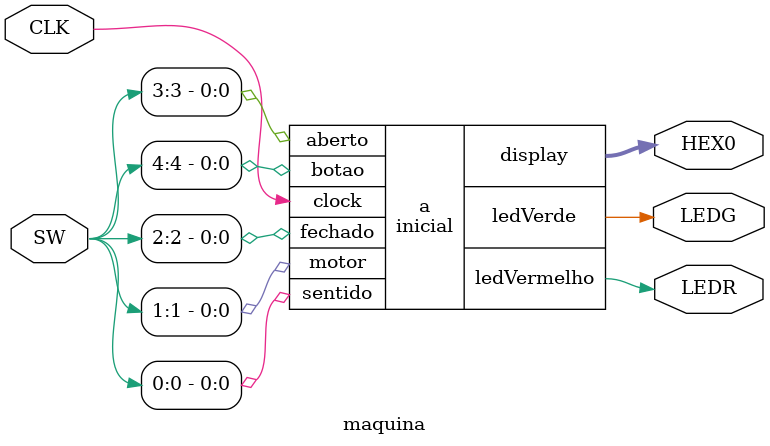
<source format=v>
module inicial ( botao, aberto, fechado, motor, sentido, ledVerde, ledVermelho, display, clock );
	input botao, aberto, fechado, motor, sentido, clock;
	output ledVerde, ledVermelho;
	output [6:0] display;

	reg [1:0] estado;
	reg [4:0] entrada;

	reg [6:0] tmpDisplay;
	reg tmpLedVerde, tmpLedVermelho;

	parameter Fechado = 2'b00, Abrindo = 2'b01, Aberto = 2'b10, Fechando = 2'b11;

	initial estado = Fechado;

	always @(posedge clock)begin
            entrada[4] = botao;
            entrada[3] = aberto;
            entrada[2] = fechado;
            entrada[1] = motor;
            entrada[0] = sentido;

          	case( estado )
          			Fechado: begin
									  tmpDisplay = 7'b0001110;
									  tmpLedVerde = 0;
									  tmpLedVermelho = 0;

									  if( entrada == 5'b10110 ) // botao = 1 & aberto = 0 & fechado = 1 & motor = 1 & sentido = 0
										 estado = Abrindo;
									end

          			Abrindo: begin
									  tmpDisplay = 7'b1000000;
									  tmpLedVerde = 1;
									  tmpLedVermelho = 0;

										if( entrada == 5'b10010 ) // botao = 1 & aberto = 0 & fechado = 0 && motor = 1 & sentido = 0
											estado = Aberto;
										if( entrada == 5'b00010 ) // botao = 0 & aberto = 0 & fechado = 0 & motor = 1 & sentido == 0
											estado = Fechando;
									end

          			Aberto: begin
									  tmpDisplay = 7'b0001000;
									  tmpLedVerde = 0;
									  tmpLedVermelho = 0;

									  if( entrada == 5'b01011 ) // botao = 0 & aberto = 1 & fechado = 0 & motor = 1 & sentido = 1
										 estado = Fechando;
								  end

          			Fechando: begin
									  tmpDisplay = 7'b1000000;
									  tmpLedVerde = 0;
									  tmpLedVermelho = 1;

										if( entrada == 5'b10011 ) // botao = 1 & aberto = 0 & fechado = 0 & motor = 1 & sentido = 1
											estado = Abrindo;
										if( entrada == 5'b00011 ) // botao = 0 & aberto = 0 & fechado = 0 & motor = 1 & sentido = 1
											estado = Fechado;
									 end

          			default: estado = Fechado;

          	endcase
	end

	assign display= tmpDisplay;
	assign ledVerde = tmpLedVerde;
	assign ledVermelho = tmpLedVermelho;

endmodule

module maquina( SW, LEDG, LEDR, HEX0, CLK );
	input [4:0] SW;
	input CLK;
	output [0:0] LEDG, LEDR;
	output [6:0] HEX0;

	inicial a( SW[4], SW[3], SW[2], SW[1], SW[0], LEDG[0], LEDR[0], HEX0, CLK);
endmodule

</source>
